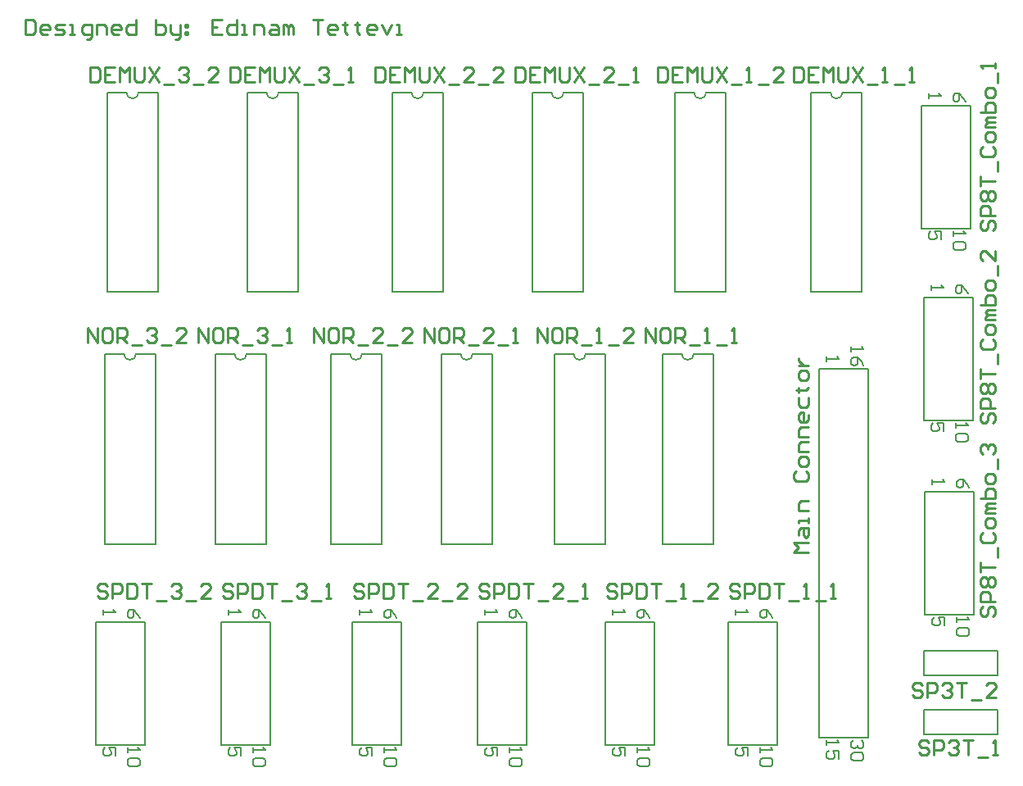
<source format=gto>
G04 Layer_Color=65535*
%FSLAX23Y23*%
%MOIN*%
G70*
G01*
G75*
%ADD10C,0.010*%
%ADD18C,0.008*%
%ADD19C,0.008*%
D10*
X3161Y3004D02*
Y2944D01*
X3191D01*
X3201Y2954D01*
Y2994D01*
X3191Y3004D01*
X3161D01*
X3261D02*
X3221D01*
Y2944D01*
X3261D01*
X3221Y2974D02*
X3241D01*
X3281Y2944D02*
Y3004D01*
X3301Y2984D01*
X3321Y3004D01*
Y2944D01*
X3341Y3004D02*
Y2954D01*
X3351Y2944D01*
X3371D01*
X3381Y2954D01*
Y3004D01*
X3401D02*
X3441Y2944D01*
Y3004D02*
X3401Y2944D01*
X3461Y2934D02*
X3501D01*
X3521Y2944D02*
X3541D01*
X3531D01*
Y3004D01*
X3521Y2994D01*
X3571Y2934D02*
X3611D01*
X3631Y2944D02*
X3651D01*
X3641D01*
Y3004D01*
X3631Y2994D01*
X2606Y3004D02*
Y2944D01*
X2636D01*
X2646Y2954D01*
Y2994D01*
X2636Y3004D01*
X2606D01*
X2706D02*
X2666D01*
Y2944D01*
X2706D01*
X2666Y2974D02*
X2686D01*
X2726Y2944D02*
Y3004D01*
X2746Y2984D01*
X2766Y3004D01*
Y2944D01*
X2786Y3004D02*
Y2954D01*
X2796Y2944D01*
X2816D01*
X2826Y2954D01*
Y3004D01*
X2846D02*
X2886Y2944D01*
Y3004D02*
X2846Y2944D01*
X2906Y2934D02*
X2946D01*
X2966Y2944D02*
X2986D01*
X2976D01*
Y3004D01*
X2966Y2994D01*
X3016Y2934D02*
X3056D01*
X3116Y2944D02*
X3076D01*
X3116Y2984D01*
Y2994D01*
X3106Y3004D01*
X3086D01*
X3076Y2994D01*
X2026Y3004D02*
Y2944D01*
X2056D01*
X2066Y2954D01*
Y2994D01*
X2056Y3004D01*
X2026D01*
X2126D02*
X2086D01*
Y2944D01*
X2126D01*
X2086Y2974D02*
X2106D01*
X2146Y2944D02*
Y3004D01*
X2166Y2984D01*
X2186Y3004D01*
Y2944D01*
X2206Y3004D02*
Y2954D01*
X2216Y2944D01*
X2236D01*
X2246Y2954D01*
Y3004D01*
X2266D02*
X2306Y2944D01*
Y3004D02*
X2266Y2944D01*
X2326Y2934D02*
X2366D01*
X2426Y2944D02*
X2386D01*
X2426Y2984D01*
Y2994D01*
X2416Y3004D01*
X2396D01*
X2386Y2994D01*
X2446Y2934D02*
X2486D01*
X2506Y2944D02*
X2526D01*
X2516D01*
Y3004D01*
X2506Y2994D01*
X1456Y3004D02*
Y2944D01*
X1486D01*
X1496Y2954D01*
Y2994D01*
X1486Y3004D01*
X1456D01*
X1556D02*
X1516D01*
Y2944D01*
X1556D01*
X1516Y2974D02*
X1536D01*
X1576Y2944D02*
Y3004D01*
X1596Y2984D01*
X1616Y3004D01*
Y2944D01*
X1636Y3004D02*
Y2954D01*
X1646Y2944D01*
X1666D01*
X1676Y2954D01*
Y3004D01*
X1696D02*
X1736Y2944D01*
Y3004D02*
X1696Y2944D01*
X1756Y2934D02*
X1796D01*
X1856Y2944D02*
X1816D01*
X1856Y2984D01*
Y2994D01*
X1846Y3004D01*
X1826D01*
X1816Y2994D01*
X1876Y2934D02*
X1916D01*
X1976Y2944D02*
X1936D01*
X1976Y2984D01*
Y2994D01*
X1966Y3004D01*
X1946D01*
X1936Y2994D01*
X866Y3004D02*
Y2944D01*
X896D01*
X906Y2954D01*
Y2994D01*
X896Y3004D01*
X866D01*
X966D02*
X926D01*
Y2944D01*
X966D01*
X926Y2974D02*
X946D01*
X986Y2944D02*
Y3004D01*
X1006Y2984D01*
X1026Y3004D01*
Y2944D01*
X1046Y3004D02*
Y2954D01*
X1056Y2944D01*
X1076D01*
X1086Y2954D01*
Y3004D01*
X1106D02*
X1146Y2944D01*
Y3004D02*
X1106Y2944D01*
X1166Y2934D02*
X1206D01*
X1226Y2994D02*
X1236Y3004D01*
X1256D01*
X1266Y2994D01*
Y2984D01*
X1256Y2974D01*
X1246D01*
X1256D01*
X1266Y2964D01*
Y2954D01*
X1256Y2944D01*
X1236D01*
X1226Y2954D01*
X1286Y2934D02*
X1326D01*
X1346Y2944D02*
X1366D01*
X1356D01*
Y3004D01*
X1346Y2994D01*
X296Y3004D02*
Y2944D01*
X326D01*
X336Y2954D01*
Y2994D01*
X326Y3004D01*
X296D01*
X396D02*
X356D01*
Y2944D01*
X396D01*
X356Y2974D02*
X376D01*
X416Y2944D02*
Y3004D01*
X436Y2984D01*
X456Y3004D01*
Y2944D01*
X476Y3004D02*
Y2954D01*
X486Y2944D01*
X506D01*
X516Y2954D01*
Y3004D01*
X536D02*
X576Y2944D01*
Y3004D02*
X536Y2944D01*
X596Y2934D02*
X636D01*
X656Y2994D02*
X666Y3004D01*
X686D01*
X696Y2994D01*
Y2984D01*
X686Y2974D01*
X676D01*
X686D01*
X696Y2964D01*
Y2954D01*
X686Y2944D01*
X666D01*
X656Y2954D01*
X716Y2934D02*
X756D01*
X816Y2944D02*
X776D01*
X816Y2984D01*
Y2994D01*
X806Y3004D01*
X786D01*
X776Y2994D01*
X3220Y1030D02*
X3160D01*
X3180Y1050D01*
X3160Y1070D01*
X3220D01*
X3180Y1100D02*
Y1120D01*
X3190Y1130D01*
X3220D01*
Y1100D01*
X3210Y1090D01*
X3200Y1100D01*
Y1130D01*
X3220Y1150D02*
Y1170D01*
Y1160D01*
X3180D01*
Y1150D01*
X3220Y1200D02*
X3180D01*
Y1230D01*
X3190Y1240D01*
X3220D01*
X3170Y1360D02*
X3160Y1350D01*
Y1330D01*
X3170Y1320D01*
X3210D01*
X3220Y1330D01*
Y1350D01*
X3210Y1360D01*
X3220Y1390D02*
Y1410D01*
X3210Y1420D01*
X3190D01*
X3180Y1410D01*
Y1390D01*
X3190Y1380D01*
X3210D01*
X3220Y1390D01*
Y1440D02*
X3180D01*
Y1470D01*
X3190Y1480D01*
X3220D01*
Y1500D02*
X3180D01*
Y1530D01*
X3190Y1540D01*
X3220D01*
Y1590D02*
Y1570D01*
X3210Y1560D01*
X3190D01*
X3180Y1570D01*
Y1590D01*
X3190Y1600D01*
X3200D01*
Y1560D01*
X3180Y1660D02*
Y1630D01*
X3190Y1620D01*
X3210D01*
X3220Y1630D01*
Y1660D01*
X3170Y1690D02*
X3180D01*
Y1680D01*
Y1700D01*
Y1690D01*
X3210D01*
X3220Y1700D01*
Y1740D02*
Y1760D01*
X3210Y1770D01*
X3190D01*
X3180Y1760D01*
Y1740D01*
X3190Y1730D01*
X3210D01*
X3220Y1740D01*
X3180Y1790D02*
X3220D01*
X3200D01*
X3190Y1800D01*
X3180Y1810D01*
Y1820D01*
X2556Y1882D02*
Y1942D01*
X2596Y1882D01*
Y1942D01*
X2646D02*
X2626D01*
X2616Y1932D01*
Y1892D01*
X2626Y1882D01*
X2646D01*
X2656Y1892D01*
Y1932D01*
X2646Y1942D01*
X2676Y1882D02*
Y1942D01*
X2706D01*
X2716Y1932D01*
Y1912D01*
X2706Y1902D01*
X2676D01*
X2696D02*
X2716Y1882D01*
X2736Y1872D02*
X2776D01*
X2796Y1882D02*
X2816D01*
X2806D01*
Y1942D01*
X2796Y1932D01*
X2846Y1872D02*
X2886D01*
X2906Y1882D02*
X2926D01*
X2916D01*
Y1942D01*
X2906Y1932D01*
X2116Y1882D02*
Y1942D01*
X2156Y1882D01*
Y1942D01*
X2206D02*
X2186D01*
X2176Y1932D01*
Y1892D01*
X2186Y1882D01*
X2206D01*
X2216Y1892D01*
Y1932D01*
X2206Y1942D01*
X2236Y1882D02*
Y1942D01*
X2266D01*
X2276Y1932D01*
Y1912D01*
X2266Y1902D01*
X2236D01*
X2256D02*
X2276Y1882D01*
X2296Y1872D02*
X2336D01*
X2356Y1882D02*
X2376D01*
X2366D01*
Y1942D01*
X2356Y1932D01*
X2406Y1872D02*
X2446D01*
X2506Y1882D02*
X2466D01*
X2506Y1922D01*
Y1932D01*
X2496Y1942D01*
X2476D01*
X2466Y1932D01*
X1656Y1882D02*
Y1942D01*
X1696Y1882D01*
Y1942D01*
X1746D02*
X1726D01*
X1716Y1932D01*
Y1892D01*
X1726Y1882D01*
X1746D01*
X1756Y1892D01*
Y1932D01*
X1746Y1942D01*
X1776Y1882D02*
Y1942D01*
X1806D01*
X1816Y1932D01*
Y1912D01*
X1806Y1902D01*
X1776D01*
X1796D02*
X1816Y1882D01*
X1836Y1872D02*
X1876D01*
X1936Y1882D02*
X1896D01*
X1936Y1922D01*
Y1932D01*
X1926Y1942D01*
X1906D01*
X1896Y1932D01*
X1956Y1872D02*
X1996D01*
X2016Y1882D02*
X2036D01*
X2026D01*
Y1942D01*
X2016Y1932D01*
X1206Y1882D02*
Y1942D01*
X1246Y1882D01*
Y1942D01*
X1296D02*
X1276D01*
X1266Y1932D01*
Y1892D01*
X1276Y1882D01*
X1296D01*
X1306Y1892D01*
Y1932D01*
X1296Y1942D01*
X1326Y1882D02*
Y1942D01*
X1356D01*
X1366Y1932D01*
Y1912D01*
X1356Y1902D01*
X1326D01*
X1346D02*
X1366Y1882D01*
X1386Y1872D02*
X1426D01*
X1486Y1882D02*
X1446D01*
X1486Y1922D01*
Y1932D01*
X1476Y1942D01*
X1456D01*
X1446Y1932D01*
X1506Y1872D02*
X1546D01*
X1606Y1882D02*
X1566D01*
X1606Y1922D01*
Y1932D01*
X1596Y1942D01*
X1576D01*
X1566Y1932D01*
X736Y1882D02*
Y1942D01*
X776Y1882D01*
Y1942D01*
X826D02*
X806D01*
X796Y1932D01*
Y1892D01*
X806Y1882D01*
X826D01*
X836Y1892D01*
Y1932D01*
X826Y1942D01*
X856Y1882D02*
Y1942D01*
X886D01*
X896Y1932D01*
Y1912D01*
X886Y1902D01*
X856D01*
X876D02*
X896Y1882D01*
X916Y1872D02*
X956D01*
X976Y1932D02*
X986Y1942D01*
X1006D01*
X1016Y1932D01*
Y1922D01*
X1006Y1912D01*
X996D01*
X1006D01*
X1016Y1902D01*
Y1892D01*
X1006Y1882D01*
X986D01*
X976Y1892D01*
X1036Y1872D02*
X1076D01*
X1096Y1882D02*
X1116D01*
X1106D01*
Y1942D01*
X1096Y1932D01*
X286Y1882D02*
Y1942D01*
X326Y1882D01*
Y1942D01*
X376D02*
X356D01*
X346Y1932D01*
Y1892D01*
X356Y1882D01*
X376D01*
X386Y1892D01*
Y1932D01*
X376Y1942D01*
X406Y1882D02*
Y1942D01*
X436D01*
X446Y1932D01*
Y1912D01*
X436Y1902D01*
X406D01*
X426D02*
X446Y1882D01*
X466Y1872D02*
X506D01*
X526Y1932D02*
X536Y1942D01*
X556D01*
X566Y1932D01*
Y1922D01*
X556Y1912D01*
X546D01*
X556D01*
X566Y1902D01*
Y1892D01*
X556Y1882D01*
X536D01*
X526Y1892D01*
X586Y1872D02*
X626D01*
X686Y1882D02*
X646D01*
X686Y1922D01*
Y1932D01*
X676Y1942D01*
X656D01*
X646Y1932D01*
X3710Y255D02*
X3700Y265D01*
X3680D01*
X3670Y255D01*
Y245D01*
X3680Y235D01*
X3700D01*
X3710Y225D01*
Y215D01*
X3700Y205D01*
X3680D01*
X3670Y215D01*
X3730Y205D02*
Y265D01*
X3760D01*
X3770Y255D01*
Y235D01*
X3760Y225D01*
X3730D01*
X3790Y255D02*
X3800Y265D01*
X3820D01*
X3830Y255D01*
Y245D01*
X3820Y235D01*
X3810D01*
X3820D01*
X3830Y225D01*
Y215D01*
X3820Y205D01*
X3800D01*
X3790Y215D01*
X3850Y265D02*
X3890D01*
X3870D01*
Y205D01*
X3910Y195D02*
X3950D01*
X3970Y205D02*
X3990D01*
X3980D01*
Y265D01*
X3970Y255D01*
X3685Y490D02*
X3675Y500D01*
X3655D01*
X3645Y490D01*
Y480D01*
X3655Y470D01*
X3675D01*
X3685Y460D01*
Y450D01*
X3675Y440D01*
X3655D01*
X3645Y450D01*
X3705Y440D02*
Y500D01*
X3735D01*
X3745Y490D01*
Y470D01*
X3735Y460D01*
X3705D01*
X3765Y490D02*
X3775Y500D01*
X3795D01*
X3805Y490D01*
Y480D01*
X3795Y470D01*
X3785D01*
X3795D01*
X3805Y460D01*
Y450D01*
X3795Y440D01*
X3775D01*
X3765Y450D01*
X3825Y500D02*
X3865D01*
X3845D01*
Y440D01*
X3885Y430D02*
X3925D01*
X3985Y440D02*
X3945D01*
X3985Y480D01*
Y490D01*
X3975Y500D01*
X3955D01*
X3945Y490D01*
X3930Y2380D02*
X3920Y2370D01*
Y2350D01*
X3930Y2340D01*
X3940D01*
X3950Y2350D01*
Y2370D01*
X3960Y2380D01*
X3970D01*
X3980Y2370D01*
Y2350D01*
X3970Y2340D01*
X3980Y2400D02*
X3920D01*
Y2430D01*
X3930Y2440D01*
X3950D01*
X3960Y2430D01*
Y2400D01*
X3930Y2460D02*
X3920Y2470D01*
Y2490D01*
X3930Y2500D01*
X3940D01*
X3950Y2490D01*
X3960Y2500D01*
X3970D01*
X3980Y2490D01*
Y2470D01*
X3970Y2460D01*
X3960D01*
X3950Y2470D01*
X3940Y2460D01*
X3930D01*
X3950Y2470D02*
Y2490D01*
X3920Y2520D02*
Y2560D01*
Y2540D01*
X3980D01*
X3990Y2580D02*
Y2620D01*
X3930Y2680D02*
X3920Y2670D01*
Y2650D01*
X3930Y2640D01*
X3970D01*
X3980Y2650D01*
Y2670D01*
X3970Y2680D01*
X3980Y2710D02*
Y2730D01*
X3970Y2740D01*
X3950D01*
X3940Y2730D01*
Y2710D01*
X3950Y2700D01*
X3970D01*
X3980Y2710D01*
Y2760D02*
X3940D01*
Y2770D01*
X3950Y2780D01*
X3980D01*
X3950D01*
X3940Y2790D01*
X3950Y2800D01*
X3980D01*
X3920Y2820D02*
X3980D01*
Y2850D01*
X3970Y2860D01*
X3960D01*
X3950D01*
X3940Y2850D01*
Y2820D01*
X3980Y2890D02*
Y2910D01*
X3970Y2920D01*
X3950D01*
X3940Y2910D01*
Y2890D01*
X3950Y2880D01*
X3970D01*
X3980Y2890D01*
X3990Y2940D02*
Y2980D01*
X3980Y3000D02*
Y3020D01*
Y3010D01*
X3920D01*
X3930Y3000D01*
Y1595D02*
X3920Y1585D01*
Y1565D01*
X3930Y1555D01*
X3940D01*
X3950Y1565D01*
Y1585D01*
X3960Y1595D01*
X3970D01*
X3980Y1585D01*
Y1565D01*
X3970Y1555D01*
X3980Y1615D02*
X3920D01*
Y1645D01*
X3930Y1655D01*
X3950D01*
X3960Y1645D01*
Y1615D01*
X3930Y1675D02*
X3920Y1685D01*
Y1705D01*
X3930Y1715D01*
X3940D01*
X3950Y1705D01*
X3960Y1715D01*
X3970D01*
X3980Y1705D01*
Y1685D01*
X3970Y1675D01*
X3960D01*
X3950Y1685D01*
X3940Y1675D01*
X3930D01*
X3950Y1685D02*
Y1705D01*
X3920Y1735D02*
Y1775D01*
Y1755D01*
X3980D01*
X3990Y1795D02*
Y1835D01*
X3930Y1895D02*
X3920Y1885D01*
Y1865D01*
X3930Y1855D01*
X3970D01*
X3980Y1865D01*
Y1885D01*
X3970Y1895D01*
X3980Y1925D02*
Y1945D01*
X3970Y1955D01*
X3950D01*
X3940Y1945D01*
Y1925D01*
X3950Y1915D01*
X3970D01*
X3980Y1925D01*
Y1975D02*
X3940D01*
Y1985D01*
X3950Y1995D01*
X3980D01*
X3950D01*
X3940Y2005D01*
X3950Y2015D01*
X3980D01*
X3920Y2035D02*
X3980D01*
Y2065D01*
X3970Y2075D01*
X3960D01*
X3950D01*
X3940Y2065D01*
Y2035D01*
X3980Y2105D02*
Y2125D01*
X3970Y2135D01*
X3950D01*
X3940Y2125D01*
Y2105D01*
X3950Y2095D01*
X3970D01*
X3980Y2105D01*
X3990Y2155D02*
Y2195D01*
X3980Y2255D02*
Y2215D01*
X3940Y2255D01*
X3930D01*
X3920Y2245D01*
Y2225D01*
X3930Y2215D01*
Y810D02*
X3920Y800D01*
Y780D01*
X3930Y770D01*
X3940D01*
X3950Y780D01*
Y800D01*
X3960Y810D01*
X3970D01*
X3980Y800D01*
Y780D01*
X3970Y770D01*
X3980Y830D02*
X3920D01*
Y860D01*
X3930Y870D01*
X3950D01*
X3960Y860D01*
Y830D01*
X3930Y890D02*
X3920Y900D01*
Y920D01*
X3930Y930D01*
X3940D01*
X3950Y920D01*
X3960Y930D01*
X3970D01*
X3980Y920D01*
Y900D01*
X3970Y890D01*
X3960D01*
X3950Y900D01*
X3940Y890D01*
X3930D01*
X3950Y900D02*
Y920D01*
X3920Y950D02*
Y990D01*
Y970D01*
X3980D01*
X3990Y1010D02*
Y1050D01*
X3930Y1110D02*
X3920Y1100D01*
Y1080D01*
X3930Y1070D01*
X3970D01*
X3980Y1080D01*
Y1100D01*
X3970Y1110D01*
X3980Y1140D02*
Y1160D01*
X3970Y1170D01*
X3950D01*
X3940Y1160D01*
Y1140D01*
X3950Y1130D01*
X3970D01*
X3980Y1140D01*
Y1190D02*
X3940D01*
Y1200D01*
X3950Y1210D01*
X3980D01*
X3950D01*
X3940Y1220D01*
X3950Y1230D01*
X3980D01*
X3920Y1250D02*
X3980D01*
Y1280D01*
X3970Y1290D01*
X3960D01*
X3950D01*
X3940Y1280D01*
Y1250D01*
X3980Y1320D02*
Y1340D01*
X3970Y1350D01*
X3950D01*
X3940Y1340D01*
Y1320D01*
X3950Y1310D01*
X3970D01*
X3980Y1320D01*
X3990Y1370D02*
Y1410D01*
X3930Y1430D02*
X3920Y1440D01*
Y1460D01*
X3930Y1470D01*
X3940D01*
X3950Y1460D01*
Y1450D01*
Y1460D01*
X3960Y1470D01*
X3970D01*
X3980Y1460D01*
Y1440D01*
X3970Y1430D01*
X2941Y893D02*
X2931Y903D01*
X2911D01*
X2901Y893D01*
Y883D01*
X2911Y873D01*
X2931D01*
X2941Y863D01*
Y853D01*
X2931Y843D01*
X2911D01*
X2901Y853D01*
X2961Y843D02*
Y903D01*
X2991D01*
X3001Y893D01*
Y873D01*
X2991Y863D01*
X2961D01*
X3021Y903D02*
Y843D01*
X3051D01*
X3061Y853D01*
Y893D01*
X3051Y903D01*
X3021D01*
X3081D02*
X3121D01*
X3101D01*
Y843D01*
X3141Y833D02*
X3181D01*
X3201Y843D02*
X3221D01*
X3211D01*
Y903D01*
X3201Y893D01*
X3251Y833D02*
X3291D01*
X3311Y843D02*
X3331D01*
X3321D01*
Y903D01*
X3311Y893D01*
X2441D02*
X2431Y903D01*
X2411D01*
X2401Y893D01*
Y883D01*
X2411Y873D01*
X2431D01*
X2441Y863D01*
Y853D01*
X2431Y843D01*
X2411D01*
X2401Y853D01*
X2461Y843D02*
Y903D01*
X2491D01*
X2501Y893D01*
Y873D01*
X2491Y863D01*
X2461D01*
X2521Y903D02*
Y843D01*
X2551D01*
X2561Y853D01*
Y893D01*
X2551Y903D01*
X2521D01*
X2581D02*
X2621D01*
X2601D01*
Y843D01*
X2641Y833D02*
X2681D01*
X2701Y843D02*
X2721D01*
X2711D01*
Y903D01*
X2701Y893D01*
X2751Y833D02*
X2791D01*
X2851Y843D02*
X2811D01*
X2851Y883D01*
Y893D01*
X2841Y903D01*
X2821D01*
X2811Y893D01*
X1921D02*
X1911Y903D01*
X1891D01*
X1881Y893D01*
Y883D01*
X1891Y873D01*
X1911D01*
X1921Y863D01*
Y853D01*
X1911Y843D01*
X1891D01*
X1881Y853D01*
X1941Y843D02*
Y903D01*
X1971D01*
X1981Y893D01*
Y873D01*
X1971Y863D01*
X1941D01*
X2001Y903D02*
Y843D01*
X2031D01*
X2041Y853D01*
Y893D01*
X2031Y903D01*
X2001D01*
X2061D02*
X2101D01*
X2081D01*
Y843D01*
X2121Y833D02*
X2161D01*
X2221Y843D02*
X2181D01*
X2221Y883D01*
Y893D01*
X2211Y903D01*
X2191D01*
X2181Y893D01*
X2241Y833D02*
X2281D01*
X2301Y843D02*
X2321D01*
X2311D01*
Y903D01*
X2301Y893D01*
X1411D02*
X1401Y903D01*
X1381D01*
X1371Y893D01*
Y883D01*
X1381Y873D01*
X1401D01*
X1411Y863D01*
Y853D01*
X1401Y843D01*
X1381D01*
X1371Y853D01*
X1431Y843D02*
Y903D01*
X1461D01*
X1471Y893D01*
Y873D01*
X1461Y863D01*
X1431D01*
X1491Y903D02*
Y843D01*
X1521D01*
X1531Y853D01*
Y893D01*
X1521Y903D01*
X1491D01*
X1551D02*
X1591D01*
X1571D01*
Y843D01*
X1611Y833D02*
X1651D01*
X1711Y843D02*
X1671D01*
X1711Y883D01*
Y893D01*
X1701Y903D01*
X1681D01*
X1671Y893D01*
X1731Y833D02*
X1771D01*
X1831Y843D02*
X1791D01*
X1831Y883D01*
Y893D01*
X1821Y903D01*
X1801D01*
X1791Y893D01*
X876D02*
X866Y903D01*
X846D01*
X836Y893D01*
Y883D01*
X846Y873D01*
X866D01*
X876Y863D01*
Y853D01*
X866Y843D01*
X846D01*
X836Y853D01*
X896Y843D02*
Y903D01*
X926D01*
X936Y893D01*
Y873D01*
X926Y863D01*
X896D01*
X956Y903D02*
Y843D01*
X986D01*
X996Y853D01*
Y893D01*
X986Y903D01*
X956D01*
X1016D02*
X1056D01*
X1036D01*
Y843D01*
X1076Y833D02*
X1116D01*
X1136Y893D02*
X1146Y903D01*
X1166D01*
X1176Y893D01*
Y883D01*
X1166Y873D01*
X1156D01*
X1166D01*
X1176Y863D01*
Y853D01*
X1166Y843D01*
X1146D01*
X1136Y853D01*
X1196Y833D02*
X1236D01*
X1256Y843D02*
X1276D01*
X1266D01*
Y903D01*
X1256Y893D01*
X366D02*
X356Y903D01*
X336D01*
X326Y893D01*
Y883D01*
X336Y873D01*
X356D01*
X366Y863D01*
Y853D01*
X356Y843D01*
X336D01*
X326Y853D01*
X386Y843D02*
Y903D01*
X416D01*
X426Y893D01*
Y873D01*
X416Y863D01*
X386D01*
X446Y903D02*
Y843D01*
X476D01*
X486Y853D01*
Y893D01*
X476Y903D01*
X446D01*
X506D02*
X546D01*
X526D01*
Y843D01*
X566Y833D02*
X606D01*
X626Y893D02*
X636Y903D01*
X656D01*
X666Y893D01*
Y883D01*
X656Y873D01*
X646D01*
X656D01*
X666Y863D01*
Y853D01*
X656Y843D01*
X636D01*
X626Y853D01*
X686Y833D02*
X726D01*
X786Y843D02*
X746D01*
X786Y883D01*
Y893D01*
X776Y903D01*
X756D01*
X746Y893D01*
X35Y3195D02*
Y3135D01*
X65D01*
X75Y3145D01*
Y3185D01*
X65Y3195D01*
X35D01*
X125Y3135D02*
X105D01*
X95Y3145D01*
Y3165D01*
X105Y3175D01*
X125D01*
X135Y3165D01*
Y3155D01*
X95D01*
X155Y3135D02*
X185D01*
X195Y3145D01*
X185Y3155D01*
X165D01*
X155Y3165D01*
X165Y3175D01*
X195D01*
X215Y3135D02*
X235D01*
X225D01*
Y3175D01*
X215D01*
X285Y3115D02*
X295D01*
X305Y3125D01*
Y3175D01*
X275D01*
X265Y3165D01*
Y3145D01*
X275Y3135D01*
X305D01*
X325D02*
Y3175D01*
X355D01*
X365Y3165D01*
Y3135D01*
X415D02*
X395D01*
X385Y3145D01*
Y3165D01*
X395Y3175D01*
X415D01*
X425Y3165D01*
Y3155D01*
X385D01*
X485Y3195D02*
Y3135D01*
X455D01*
X445Y3145D01*
Y3165D01*
X455Y3175D01*
X485D01*
X565Y3195D02*
Y3135D01*
X595D01*
X605Y3145D01*
Y3155D01*
Y3165D01*
X595Y3175D01*
X565D01*
X625D02*
Y3145D01*
X635Y3135D01*
X665D01*
Y3125D01*
X655Y3115D01*
X645D01*
X665Y3135D02*
Y3175D01*
X685D02*
X695D01*
Y3165D01*
X685D01*
Y3175D01*
Y3145D02*
X695D01*
Y3135D01*
X685D01*
Y3145D01*
X835Y3195D02*
X795D01*
Y3135D01*
X835D01*
X795Y3165D02*
X815D01*
X895Y3195D02*
Y3135D01*
X865D01*
X855Y3145D01*
Y3165D01*
X865Y3175D01*
X895D01*
X915Y3135D02*
X935D01*
X925D01*
Y3175D01*
X915D01*
X965Y3135D02*
Y3175D01*
X995D01*
X1005Y3165D01*
Y3135D01*
X1035Y3175D02*
X1055D01*
X1065Y3165D01*
Y3135D01*
X1035D01*
X1025Y3145D01*
X1035Y3155D01*
X1065D01*
X1085Y3135D02*
Y3175D01*
X1095D01*
X1105Y3165D01*
Y3135D01*
Y3165D01*
X1115Y3175D01*
X1125Y3165D01*
Y3135D01*
X1205Y3195D02*
X1245D01*
X1225D01*
Y3135D01*
X1295D02*
X1275D01*
X1265Y3145D01*
Y3165D01*
X1275Y3175D01*
X1295D01*
X1305Y3165D01*
Y3155D01*
X1265D01*
X1335Y3185D02*
Y3175D01*
X1325D01*
X1345D01*
X1335D01*
Y3145D01*
X1345Y3135D01*
X1385Y3185D02*
Y3175D01*
X1375D01*
X1395D01*
X1385D01*
Y3145D01*
X1395Y3135D01*
X1455D02*
X1435D01*
X1425Y3145D01*
Y3165D01*
X1435Y3175D01*
X1455D01*
X1465Y3165D01*
Y3155D01*
X1425D01*
X1485Y3175D02*
X1505Y3135D01*
X1525Y3175D01*
X1545Y3135D02*
X1565D01*
X1555D01*
Y3175D01*
X1545D01*
D18*
X3310Y2901D02*
G03*
X3360Y2901I25J0D01*
G01*
X2755D02*
G03*
X2805Y2901I25J0D01*
G01*
X2175D02*
G03*
X2225Y2901I25J0D01*
G01*
X1605D02*
G03*
X1655Y2901I25J0D01*
G01*
X1015D02*
G03*
X1065Y2901I25J0D01*
G01*
X445D02*
G03*
X495Y2901I25J0D01*
G01*
X2705Y1838D02*
G03*
X2755Y1838I25J0D01*
G01*
X2265D02*
G03*
X2315Y1838I25J0D01*
G01*
X1805D02*
G03*
X1855Y1838I25J0D01*
G01*
X1355D02*
G03*
X1405Y1838I25J0D01*
G01*
X885D02*
G03*
X935Y1838I25J0D01*
G01*
X435D02*
G03*
X485Y1838I25J0D01*
G01*
X2075Y245D02*
Y745D01*
X1875Y245D02*
X2075D01*
X1875D02*
Y745D01*
X2075D01*
X3231Y2901D02*
X3310D01*
X3360D02*
X3439D01*
X3231Y2089D02*
X3439D01*
X3231D02*
Y2901D01*
X3439Y2089D02*
Y2901D01*
X2676D02*
X2755D01*
X2805D02*
X2884D01*
X2676Y2089D02*
X2884D01*
X2676D02*
Y2901D01*
X2884Y2089D02*
Y2901D01*
X2096D02*
X2175D01*
X2225D02*
X2304D01*
X2096Y2089D02*
X2304D01*
X2096D02*
Y2901D01*
X2304Y2089D02*
Y2901D01*
X1526D02*
X1605D01*
X1655D02*
X1734D01*
X1526Y2089D02*
X1734D01*
X1526D02*
Y2901D01*
X1734Y2089D02*
Y2901D01*
X936D02*
X1015D01*
X1065D02*
X1144D01*
X936Y2089D02*
X1144D01*
X936D02*
Y2901D01*
X1144Y2089D02*
Y2901D01*
X366D02*
X445D01*
X495D02*
X574D01*
X366Y2089D02*
X574D01*
X366D02*
Y2901D01*
X574Y2089D02*
Y2901D01*
X2626Y1838D02*
X2705D01*
X2755D02*
X2834D01*
X2626Y1062D02*
X2834D01*
X2626D02*
Y1838D01*
X2834Y1062D02*
Y1838D01*
X2186D02*
X2265D01*
X2315D02*
X2394D01*
X2186Y1062D02*
X2394D01*
X2186D02*
Y1838D01*
X2394Y1062D02*
Y1838D01*
X1726D02*
X1805D01*
X1855D02*
X1934D01*
X1726Y1062D02*
X1934D01*
X1726D02*
Y1838D01*
X1934Y1062D02*
Y1838D01*
X1276D02*
X1355D01*
X1405D02*
X1484D01*
X1276Y1062D02*
X1484D01*
X1276D02*
Y1838D01*
X1484Y1062D02*
Y1838D01*
X806D02*
X885D01*
X935D02*
X1014D01*
X806Y1062D02*
X1014D01*
X806D02*
Y1838D01*
X1014Y1062D02*
Y1838D01*
X356D02*
X435D01*
X485D02*
X564D01*
X356Y1062D02*
X564D01*
X356D02*
Y1838D01*
X564Y1062D02*
Y1838D01*
X3095Y245D02*
Y745D01*
X2895Y245D02*
X3095D01*
X2895D02*
Y745D01*
X3095D01*
X2595Y245D02*
Y745D01*
X2395Y245D02*
X2595D01*
X2395D02*
Y745D01*
X2595D01*
X1565Y245D02*
Y745D01*
X1365Y245D02*
X1565D01*
X1365D02*
Y745D01*
X1565D01*
X1030Y245D02*
Y745D01*
X830Y245D02*
X1030D01*
X830D02*
Y745D01*
X1030D01*
X520Y245D02*
Y745D01*
X320Y245D02*
X520D01*
X320D02*
Y745D01*
X520D01*
X3265Y1775D02*
X3465D01*
Y275D02*
Y1775D01*
X3265Y275D02*
Y1775D01*
Y275D02*
X3465D01*
X3990Y530D02*
Y630D01*
X3690Y530D02*
X3990D01*
X3690D02*
Y630D01*
X3990D01*
Y290D02*
Y390D01*
X3690Y290D02*
X3990D01*
X3690D02*
Y390D01*
X3990D01*
X3895Y775D02*
Y1275D01*
X3695Y775D02*
X3895D01*
X3695D02*
Y1275D01*
X3895D01*
X3890Y1565D02*
Y2065D01*
X3690Y1565D02*
X3890D01*
X3690D02*
Y2065D01*
X3890D01*
X3880Y2345D02*
Y2845D01*
X3680Y2345D02*
X3880D01*
X3680D02*
Y2845D01*
X3880D01*
D19*
X1905Y795D02*
Y778D01*
Y787D01*
X1955D01*
X1947Y795D01*
X1955Y202D02*
Y235D01*
X1930D01*
X1938Y218D01*
Y210D01*
X1930Y202D01*
X1913D01*
X1905Y210D01*
Y227D01*
X1913Y235D01*
X2005D02*
Y218D01*
Y227D01*
X2055D01*
X2047Y235D01*
Y193D02*
X2055Y185D01*
Y168D01*
X2047Y160D01*
X2013D01*
X2005Y168D01*
Y185D01*
X2013Y193D01*
X2047D01*
X2055Y762D02*
X2047Y778D01*
X2030Y795D01*
X2013D01*
X2005Y787D01*
Y770D01*
X2013Y762D01*
X2022D01*
X2030Y770D01*
Y795D01*
X2925D02*
Y778D01*
Y787D01*
X2975D01*
X2967Y795D01*
X2975Y202D02*
Y235D01*
X2950D01*
X2958Y218D01*
Y210D01*
X2950Y202D01*
X2933D01*
X2925Y210D01*
Y227D01*
X2933Y235D01*
X3025D02*
Y218D01*
Y227D01*
X3075D01*
X3067Y235D01*
Y193D02*
X3075Y185D01*
Y168D01*
X3067Y160D01*
X3033D01*
X3025Y168D01*
Y185D01*
X3033Y193D01*
X3067D01*
X3075Y762D02*
X3067Y778D01*
X3050Y795D01*
X3033D01*
X3025Y787D01*
Y770D01*
X3033Y762D01*
X3042D01*
X3050Y770D01*
Y795D01*
X2425D02*
Y778D01*
Y787D01*
X2475D01*
X2467Y795D01*
X2475Y202D02*
Y235D01*
X2450D01*
X2458Y218D01*
Y210D01*
X2450Y202D01*
X2433D01*
X2425Y210D01*
Y227D01*
X2433Y235D01*
X2525D02*
Y218D01*
Y227D01*
X2575D01*
X2567Y235D01*
Y193D02*
X2575Y185D01*
Y168D01*
X2567Y160D01*
X2533D01*
X2525Y168D01*
Y185D01*
X2533Y193D01*
X2567D01*
X2575Y762D02*
X2567Y778D01*
X2550Y795D01*
X2533D01*
X2525Y787D01*
Y770D01*
X2533Y762D01*
X2542D01*
X2550Y770D01*
Y795D01*
X1395D02*
Y778D01*
Y787D01*
X1445D01*
X1437Y795D01*
X1445Y202D02*
Y235D01*
X1420D01*
X1428Y218D01*
Y210D01*
X1420Y202D01*
X1403D01*
X1395Y210D01*
Y227D01*
X1403Y235D01*
X1495D02*
Y218D01*
Y227D01*
X1545D01*
X1537Y235D01*
Y193D02*
X1545Y185D01*
Y168D01*
X1537Y160D01*
X1503D01*
X1495Y168D01*
Y185D01*
X1503Y193D01*
X1537D01*
X1545Y762D02*
X1537Y778D01*
X1520Y795D01*
X1503D01*
X1495Y787D01*
Y770D01*
X1503Y762D01*
X1512D01*
X1520Y770D01*
Y795D01*
X860D02*
Y778D01*
Y787D01*
X910D01*
X902Y795D01*
X910Y202D02*
Y235D01*
X885D01*
X893Y218D01*
Y210D01*
X885Y202D01*
X868D01*
X860Y210D01*
Y227D01*
X868Y235D01*
X960D02*
Y218D01*
Y227D01*
X1010D01*
X1002Y235D01*
Y193D02*
X1010Y185D01*
Y168D01*
X1002Y160D01*
X968D01*
X960Y168D01*
Y185D01*
X968Y193D01*
X1002D01*
X1010Y762D02*
X1002Y778D01*
X985Y795D01*
X968D01*
X960Y787D01*
Y770D01*
X968Y762D01*
X977D01*
X985Y770D01*
Y795D01*
X350D02*
Y778D01*
Y787D01*
X400D01*
X392Y795D01*
X400Y202D02*
Y235D01*
X375D01*
X383Y218D01*
Y210D01*
X375Y202D01*
X358D01*
X350Y210D01*
Y227D01*
X358Y235D01*
X450D02*
Y218D01*
Y227D01*
X500D01*
X492Y235D01*
Y193D02*
X500Y185D01*
Y168D01*
X492Y160D01*
X458D01*
X450Y168D01*
Y185D01*
X458Y193D01*
X492D01*
X500Y762D02*
X492Y778D01*
X475Y795D01*
X458D01*
X450Y787D01*
Y770D01*
X458Y762D01*
X467D01*
X475Y770D01*
Y795D01*
X3395Y1865D02*
Y1848D01*
Y1857D01*
X3445D01*
X3437Y1865D01*
X3445Y1790D02*
X3437Y1807D01*
X3420Y1823D01*
X3403D01*
X3395Y1815D01*
Y1798D01*
X3403Y1790D01*
X3412D01*
X3420Y1798D01*
Y1823D01*
X3295Y1825D02*
Y1808D01*
Y1817D01*
X3345D01*
X3337Y1825D01*
X3295Y265D02*
Y248D01*
Y257D01*
X3345D01*
X3337Y265D01*
X3345Y190D02*
Y223D01*
X3320D01*
X3328Y207D01*
Y198D01*
X3320Y190D01*
X3303D01*
X3295Y198D01*
Y215D01*
X3303Y223D01*
X3437Y265D02*
X3445Y257D01*
Y240D01*
X3437Y232D01*
X3428D01*
X3420Y240D01*
Y248D01*
Y240D01*
X3412Y232D01*
X3403D01*
X3395Y240D01*
Y257D01*
X3403Y265D01*
X3437Y215D02*
X3445Y207D01*
Y190D01*
X3437Y182D01*
X3403D01*
X3395Y190D01*
Y207D01*
X3403Y215D01*
X3437D01*
X3725Y1325D02*
Y1308D01*
Y1317D01*
X3775D01*
X3767Y1325D01*
X3775Y732D02*
Y765D01*
X3750D01*
X3758Y748D01*
Y740D01*
X3750Y732D01*
X3733D01*
X3725Y740D01*
Y757D01*
X3733Y765D01*
X3825D02*
Y748D01*
Y757D01*
X3875D01*
X3867Y765D01*
Y723D02*
X3875Y715D01*
Y698D01*
X3867Y690D01*
X3833D01*
X3825Y698D01*
Y715D01*
X3833Y723D01*
X3867D01*
X3875Y1292D02*
X3867Y1308D01*
X3850Y1325D01*
X3833D01*
X3825Y1317D01*
Y1300D01*
X3833Y1292D01*
X3842D01*
X3850Y1300D01*
Y1325D01*
X3720Y2115D02*
Y2098D01*
Y2107D01*
X3770D01*
X3762Y2115D01*
X3770Y1522D02*
Y1555D01*
X3745D01*
X3753Y1538D01*
Y1530D01*
X3745Y1522D01*
X3728D01*
X3720Y1530D01*
Y1547D01*
X3728Y1555D01*
X3820D02*
Y1538D01*
Y1547D01*
X3870D01*
X3862Y1555D01*
Y1513D02*
X3870Y1505D01*
Y1488D01*
X3862Y1480D01*
X3828D01*
X3820Y1488D01*
Y1505D01*
X3828Y1513D01*
X3862D01*
X3870Y2082D02*
X3862Y2098D01*
X3845Y2115D01*
X3828D01*
X3820Y2107D01*
Y2090D01*
X3828Y2082D01*
X3837D01*
X3845Y2090D01*
Y2115D01*
X3710Y2895D02*
Y2878D01*
Y2887D01*
X3760D01*
X3752Y2895D01*
X3760Y2302D02*
Y2335D01*
X3735D01*
X3743Y2318D01*
Y2310D01*
X3735Y2302D01*
X3718D01*
X3710Y2310D01*
Y2327D01*
X3718Y2335D01*
X3810D02*
Y2318D01*
Y2327D01*
X3860D01*
X3852Y2335D01*
Y2293D02*
X3860Y2285D01*
Y2268D01*
X3852Y2260D01*
X3818D01*
X3810Y2268D01*
Y2285D01*
X3818Y2293D01*
X3852D01*
X3860Y2862D02*
X3852Y2878D01*
X3835Y2895D01*
X3818D01*
X3810Y2887D01*
Y2870D01*
X3818Y2862D01*
X3827D01*
X3835Y2870D01*
Y2895D01*
M02*

</source>
